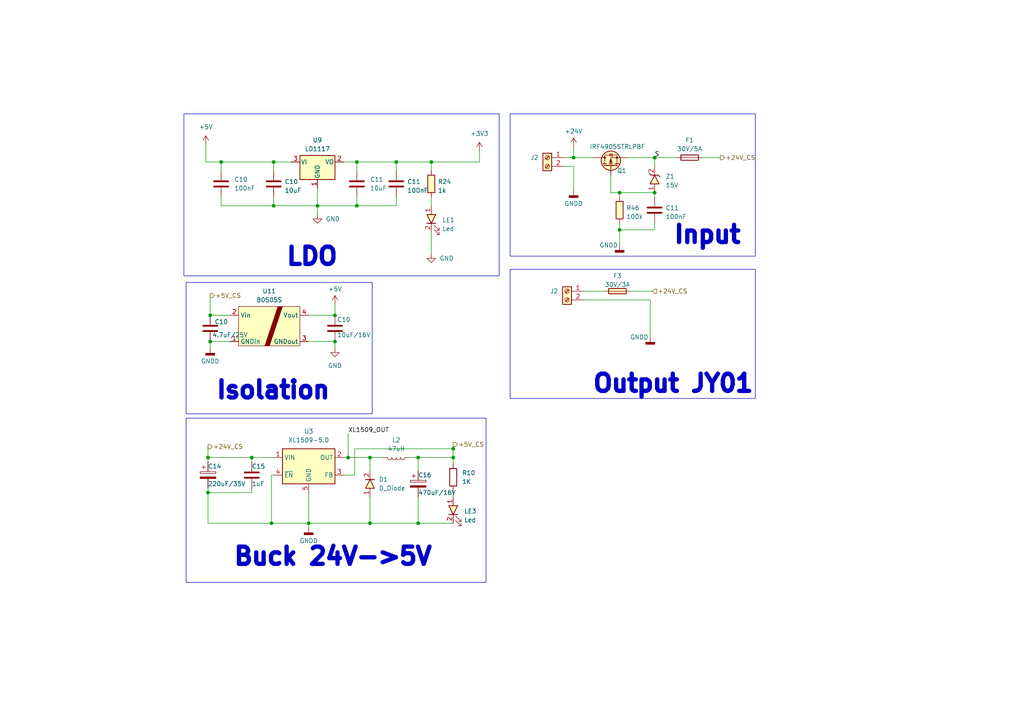
<source format=kicad_sch>
(kicad_sch (version 20230121) (generator eeschema)
  (paper "A4")
  (lib_symbols
    (symbol "Connector:Screw_Terminal_01x02" (pin_names (offset 1.016) hide)
      (property "Reference" "J" (at 0 2.54 0))
      (property "Value" "Screw_Terminal_01x02" (at 0 -5.08 0))
      (symbol "Screw_Terminal_01x02_1_1"
        (rectangle (start -1.27 1.27) (end 1.27 -3.81) (stroke (width 0.254)) (fill (type background)))
        (circle (center 0 -2.54) (radius 0.635) (stroke (width 0.1524)))
        (polyline (pts (xy -0.5334 -2.2098) (xy 0.3302 -3.048)) (stroke (width 0.1524)))
        (polyline (pts (xy -0.5334 0.3302) (xy 0.3302 -0.508)) (stroke (width 0.1524)))
        (polyline (pts (xy -0.3556 -2.032) (xy 0.508 -2.8702)) (stroke (width 0.1524)))
        (polyline (pts (xy -0.3556 0.508) (xy 0.508 -0.3302)) (stroke (width 0.1524)))
        (circle (center 0 0) (radius 0.635) (stroke (width 0.1524)))
        (pin passive line (at -5.08 0 0) (length 3.81) (name "Pin_1") (number "1"))
        (pin passive line (at -5.08 -2.54 0) (length 3.81) (name "Pin_2") (number "2"))
      )
    )
    (symbol "Device:C" (pin_numbers hide) (pin_names (offset 0.254))
      (property "Reference" "C" (at 0.635 2.54 0))
      (property "Value" "C" (at 0.635 -2.54 0))
      (symbol "C_0_1"
        (polyline (pts (xy -2.032 -0.762) (xy 2.032 -0.762)) (stroke (width 0.508)))
        (polyline (pts (xy -2.032 0.762) (xy 2.032 0.762)) (stroke (width 0.508)))
      )
      (symbol "C_1_1"
        (pin passive line (at 0 3.81 270) (length 2.794) (name "~") (number "1"))
        (pin passive line (at 0 -3.81 90) (length 2.794) (name "~") (number "2"))
      )
    )
    (symbol "Device:C_Polarized" (pin_numbers hide) (pin_names (offset 0.254))
      (property "Reference" "C" (at 0.635 2.54 0))
      (property "Value" "C_Polarized" (at 0.635 -2.54 0))
      (symbol "C_Polarized_0_1"
        (rectangle (start -2.286 0.508) (end 2.286 1.016))
        (polyline (pts (xy -1.778 2.286) (xy -0.762 2.286)))
        (polyline (pts (xy -1.27 2.794) (xy -1.27 1.778)))
        (rectangle (start 2.286 -0.508) (end -2.286 -1.016) (fill (type outline)))
      )
      (symbol "C_Polarized_1_1"
        (pin passive line (at 0 3.81 270) (length 2.794) (name "~") (number "1"))
        (pin passive line (at 0 -3.81 90) (length 2.794) (name "~") (number "2"))
      )
    )
    (symbol "Device:Fuse" (pin_numbers hide) (pin_names (offset 0))
      (property "Reference" "F" (at 2.032 0 90))
      (property "Value" "Fuse" (at -1.905 0 90))
      (symbol "Fuse_0_1"
        (rectangle (start -0.762 -2.54) (end 0.762 2.54) (stroke (width 0.254)))
        (polyline (pts (xy 0 2.54) (xy 0 -2.54)))
      )
      (symbol "Fuse_1_1"
        (pin passive line (at 0 3.81 270) (length 1.27) (name "~") (number "1"))
        (pin passive line (at 0 -3.81 90) (length 1.27) (name "~") (number "2"))
      )
    )
    (symbol "Device:L" (pin_numbers hide) (pin_names (offset 1.016) hide)
      (property "Reference" "L" (at -1.27 0 90))
      (property "Value" "L" (at 1.905 0 90))
      (symbol "L_0_1"
        (arc (start 0 -2.54) (mid 0.6323 -1.905) (end 0 -1.27))
        (arc (start 0 -1.27) (mid 0.6323 -0.635) (end 0 0))
        (arc (start 0 0) (mid 0.6323 0.635) (end 0 1.27))
        (arc (start 0 1.27) (mid 0.6323 1.905) (end 0 2.54))
      )
      (symbol "L_1_1"
        (pin passive line (at 0 3.81 270) (length 1.27) (name "1") (number "1"))
        (pin passive line (at 0 -3.81 90) (length 1.27) (name "2") (number "2"))
      )
    )
    (symbol "Device:R" (pin_numbers hide) (pin_names (offset 0))
      (property "Reference" "R" (at 2.032 0 90))
      (property "Value" "R" (at 0 0 90))
      (symbol "R_0_1"
        (rectangle (start -1.016 -2.54) (end 1.016 2.54) (stroke (width 0.254)))
      )
      (symbol "R_1_1"
        (pin passive line (at 0 3.81 270) (length 1.27) (name "~") (number "1"))
        (pin passive line (at 0 -3.81 90) (length 1.27) (name "~") (number "2"))
      )
    )
    (symbol "GND_2" (power) (pin_names (offset 0))
      (property "Value" "GND_2" (at 0 -3.81 0))
      (symbol "GND_2_0_1"
        (polyline (pts (xy 0 0) (xy 0 -1.27) (xy 1.27 -1.27) (xy 0 -2.54) (xy -1.27 -1.27) (xy 0 -1.27)))
      )
      (symbol "GND_2_1_1"
        (pin power_in line (at 0 0 270) (length 0) hide (name "GND") (number "1"))
      )
    )
    (symbol "IVS_SYMBOLS:B0505S"
      (property "Reference" "U" (at -10.16 7.62 0))
      (property "Value" "B0505S" (at 0 -7.62 0))
      (symbol "B0505S_0_1"
        (polyline (pts (xy -10.16 5.08) (xy -10.16 -6.35) (xy -2.54 -6.35) (xy 1.27 5.08) (xy -10.16 5.08)) (fill (type background)))
        (polyline (pts (xy 1.27 5.08) (xy 2.54 5.08) (xy -1.27 -6.35) (xy -2.54 -6.35) (xy 1.27 5.08)) (fill (type outline)))
        (polyline (pts (xy 2.54 5.08) (xy -1.27 -6.35) (xy 7.62 -6.35) (xy 7.62 5.08) (xy 2.54 5.08)) (fill (type background)))
      )
      (symbol "B0505S_1_1"
        (pin power_in line (at -12.7 -5.08 0) (length 2.54) (name "GNDin") (number "1"))
        (pin power_in line (at -12.7 2.54 0) (length 2.54) (name "Vin") (number "2"))
        (pin power_out line (at 10.16 -5.08 180) (length 2.54) (name "GNDout") (number "3"))
        (pin power_out line (at 10.16 2.54 180) (length 2.54) (name "Vout") (number "4"))
      )
    )
    (symbol "IVS_SYMBOLS:C" (pin_numbers hide) (pin_names (offset 0.254))
      (property "Reference" "C" (at 0.635 2.54 0))
      (property "Value" "C" (at 0.635 -2.54 0))
      (symbol "C_0_1"
        (polyline (pts (xy -2.032 -0.762) (xy 2.032 -0.762)) (stroke (width 0.508)))
        (polyline (pts (xy -2.032 0.762) (xy 2.032 0.762)) (stroke (width 0.508)))
      )
      (symbol "C_1_1"
        (pin passive line (at 0 3.81 270) (length 2.794) (name "~") (number "1"))
        (pin passive line (at 0 -3.81 90) (length 2.794) (name "~") (number "2"))
      )
    )
    (symbol "IVS_SYMBOLS:D_Diode"
      (property "Reference" "D" (at 0 2.54 0))
      (property "Value" "D_Diode" (at 0 -2.54 0))
      (symbol "D_Diode_0_1"
        (polyline (pts (xy 0 1.27) (xy 0 -1.27)) (stroke (width 0.254)))
        (polyline (pts (xy 2.54 1.27) (xy 2.54 -1.27) (xy 0 0) (xy 2.54 1.27)) (stroke (width 0.254)) (fill (type background)))
      )
      (symbol "D_Diode_1_1"
        (pin passive line (at 5.08 0 180) (length 2.54) (name "") (number "1"))
        (pin passive line (at -2.54 0 0) (length 2.54) (name "") (number "2"))
      )
    )
    (symbol "IVS_SYMBOLS:D_Zener"
      (property "Reference" "Z" (at 0 3.81 0))
      (property "Value" "D_Zener" (at 0 -3.302 0))
      (symbol "D_Zener_0_1"
        (polyline (pts (xy 0 -1.016) (xy -0.508 -1.524)) (stroke (width 0.254)))
        (polyline (pts (xy 0 1.016) (xy 0 -1.016)) (stroke (width 0.254)))
        (polyline (pts (xy 0 1.016) (xy 0.508 1.524)) (stroke (width 0.254)))
        (polyline (pts (xy 2.54 1.27) (xy 2.54 -1.27) (xy 0 0) (xy 2.54 1.27)) (stroke (width 0.254)) (fill (type background)))
      )
      (symbol "D_Zener_1_1"
        (pin passive line (at 5.08 0 180) (length 2.54) (name "") (number "1"))
        (pin passive line (at -2.54 0 0) (length 2.54) (name "") (number "2"))
      )
    )
    (symbol "IVS_SYMBOLS:Fuse" (pin_numbers hide) (pin_names (offset 0))
      (property "Reference" "F" (at 0 2.032 0))
      (property "Value" "Fuse" (at 0 -1.905 0))
      (symbol "Fuse_0_1"
        (polyline (pts (xy -2.54 0) (xy 2.54 0)))
      )
      (symbol "Fuse_1_1"
        (rectangle (start -2.54 0.762) (end 2.54 -0.762) (stroke (width 0.254)) (fill (type background)))
        (pin passive line (at -3.81 0 0) (length 1.27) (name "~") (number "1"))
        (pin passive line (at 3.81 0 180) (length 1.27) (name "~") (number "2"))
      )
    )
    (symbol "IVS_SYMBOLS:LD1117" (pin_names (offset 0.254))
      (property "Reference" "U" (at -3.81 3.175 0))
      (property "Value" "LD1117" (at 0 3.175 0))
      (symbol "LD1117_0_1"
        (rectangle (start -5.08 -5.08) (end 5.08 1.905) (stroke (width 0.254)) (fill (type background)))
      )
      (symbol "LD1117_1_1"
        (pin power_in line (at 0 -7.62 90) (length 2.54) (name "GND") (number "1"))
        (pin power_out line (at 7.62 0 180) (length 2.54) (name "VO") (number "2"))
        (pin power_in line (at -7.62 0 0) (length 2.54) (name "VI") (number "3"))
      )
    )
    (symbol "IVS_SYMBOLS:Led"
      (property "Reference" "LE1" (at 0.9525 -3.175 90))
      (property "Value" "Led" (at -1.5875 -3.175 90))
      (symbol "Led_0_1"
        (polyline (pts (xy 0 -1.27) (xy 0 1.27)) (stroke (width 0.254)))
        (polyline (pts (xy 2.54 -1.27) (xy 2.54 1.27) (xy 0 0) (xy 2.54 -1.27)) (stroke (width 0.254)) (fill (type background)))
        (polyline (pts (xy -1.778 -0.762) (xy -3.302 -2.286) (xy -2.54 -2.286) (xy -3.302 -2.286) (xy -3.302 -1.524)))
        (polyline (pts (xy -0.508 -0.762) (xy -2.032 -2.286) (xy -1.27 -2.286) (xy -2.032 -2.286) (xy -2.032 -1.524)))
      )
      (symbol "Led_1_1"
        (pin passive line (at 5.08 0 180) (length 2.54) (name "") (number "1"))
        (pin passive line (at -2.54 0 0) (length 2.54) (name "") (number "2"))
      )
    )
    (symbol "IVS_SYMBOLS:P_Mosfet_1G2D3S" (pin_numbers hide) (pin_names hide)
      (property "Reference" "Q" (at 2.794 1.2192 0))
      (symbol "P_Mosfet_1G2D3S_0_1"
        (circle (center -0.889 0) (radius 2.794) (stroke (width 0.254)) (fill (type background)))
        (circle (center 0 -1.778) (radius 0.254) (fill (type outline)))
        (polyline (pts (xy -2.286 0) (xy -5.08 0)))
        (polyline (pts (xy -2.286 1.905) (xy -2.286 -1.905)) (stroke (width 0.254)))
        (polyline (pts (xy -1.778 -1.27) (xy -1.778 -2.286)) (stroke (width 0.254)))
        (polyline (pts (xy -1.778 0.508) (xy -1.778 -0.508)) (stroke (width 0.254)))
        (polyline (pts (xy -1.778 2.286) (xy -1.778 1.27)) (stroke (width 0.254)))
        (polyline (pts (xy 0 2.54) (xy 0 1.778)))
        (polyline (pts (xy 0 -2.54) (xy 0 0) (xy -1.778 0)))
        (polyline (pts (xy -1.778 -1.778) (xy 0.762 -1.778) (xy 0.762 1.778) (xy -1.778 1.778)))
        (polyline (pts (xy -0.3048 0) (xy -1.3208 -0.381) (xy -1.3208 0.381) (xy -0.3048 0)) (fill (type outline)))
        (polyline (pts (xy 0.254 -0.508) (xy 0.381 -0.381) (xy 1.143 -0.381) (xy 1.27 -0.254)))
        (polyline (pts (xy 0.762 -0.381) (xy 0.381 0.254) (xy 1.143 0.254) (xy 0.762 -0.381)))
        (circle (center 0 1.778) (radius 0.254) (fill (type outline)))
      )
      (symbol "P_Mosfet_1G2D3S_1_1"
        (pin input line (at -5.08 0 0) (length 2.54) (name "G") (number "1"))
        (pin passive line (at 0 5.08 270) (length 2.54) (name "D") (number "2"))
        (pin passive line (at 0 -5.08 90) (length 2.54) (name "S") (number "3"))
      )
    )
    (symbol "IVS_SYMBOLS:R" (pin_numbers hide) (pin_names (offset 0))
      (property "Reference" "R" (at 2.032 0 90))
      (property "Value" "R" (at 0 0 90))
      (symbol "R_1_1"
        (rectangle (start -1.016 2.54) (end 1.016 -2.54) (stroke (width 0.254)) (fill (type background)))
        (pin passive line (at 0 3.81 270) (length 1.27) (name "~") (number "1"))
        (pin passive line (at 0 -3.81 90) (length 1.27) (name "~") (number "2"))
      )
    )
    (symbol "Regulator_Switching:XL1509-5.0"
      (property "Reference" "U" (at -7.112 6.096 0))
      (property "Value" "XL1509-5.0" (at 5.842 6.096 0))
      (symbol "XL1509-5.0_0_1"
        (rectangle (start -7.62 5.08) (end 7.62 -5.08) (stroke (width 0.254)) (fill (type background)))
      )
      (symbol "XL1509-5.0_1_1"
        (pin power_in line (at -10.16 2.54 0) (length 2.54) (name "VIN") (number "1"))
        (pin power_out line (at 10.16 2.54 180) (length 2.54) (name "OUT") (number "2"))
        (pin input line (at 10.16 -2.54 180) (length 2.54) (name "FB") (number "3"))
        (pin input line (at -10.16 -2.54 0) (length 2.54) (name "~{EN}") (number "4"))
        (pin power_in line (at 0 -7.62 90) (length 2.54) (name "GND") (number "5"))
        (pin passive line (at 0 -7.62 90) (length 2.54) hide (name "GND") (number "6"))
        (pin passive line (at 0 -7.62 90) (length 2.54) hide (name "GND") (number "7"))
        (pin passive line (at 0 -7.62 90) (length 2.54) hide (name "GND") (number "8"))
      )
    )
    (symbol "power:+24V" (power) (pin_names (offset 0))
      (property "Value" "+24V" (at 0 3.556 0))
      (symbol "+24V_0_1"
        (polyline (pts (xy -0.762 1.27) (xy 0 2.54)))
        (polyline (pts (xy 0 0) (xy 0 2.54)))
        (polyline (pts (xy 0 2.54) (xy 0.762 1.27)))
      )
      (symbol "+24V_1_1"
        (pin power_in line (at 0 0 90) (length 0) hide (name "+24V") (number "1"))
      )
    )
    (symbol "power:+3V3" (power) (pin_names (offset 0))
      (property "Value" "+3V3" (at 0 3.556 0))
      (symbol "+3V3_0_1"
        (polyline (pts (xy -0.762 1.27) (xy 0 2.54)))
        (polyline (pts (xy 0 0) (xy 0 2.54)))
        (polyline (pts (xy 0 2.54) (xy 0.762 1.27)))
      )
      (symbol "+3V3_1_1"
        (pin power_in line (at 0 0 90) (length 0) hide (name "+3V3") (number "1"))
      )
    )
    (symbol "power:+5V" (power) (pin_names (offset 0))
      (property "Value" "+5V" (at 0 3.556 0))
      (symbol "+5V_0_1"
        (polyline (pts (xy -0.762 1.27) (xy 0 2.54)))
        (polyline (pts (xy 0 0) (xy 0 2.54)))
        (polyline (pts (xy 0 2.54) (xy 0.762 1.27)))
      )
      (symbol "+5V_1_1"
        (pin power_in line (at 0 0 90) (length 0) hide (name "+5V") (number "1"))
      )
    )
    (symbol "power:GND" (power) (pin_names (offset 0))
      (property "Value" "GND" (at 0 -3.81 0))
      (symbol "GND_0_1"
        (polyline (pts (xy 0 0) (xy 0 -1.27) (xy 1.27 -1.27) (xy 0 -2.54) (xy -1.27 -1.27) (xy 0 -1.27)))
      )
      (symbol "GND_1_1"
        (pin power_in line (at 0 0 270) (length 0) hide (name "GND") (number "1"))
      )
    )
    (symbol "power:GNDD" (power) (pin_names (offset 0))
      (property "Value" "GNDD" (at 0 -3.175 0))
      (symbol "GNDD_0_1"
        (rectangle (start -1.27 -1.524) (end 1.27 -2.032) (stroke (width 0.254)) (fill (type outline)))
        (polyline (pts (xy 0 0) (xy 0 -1.524)))
      )
      (symbol "GNDD_1_1"
        (pin power_in line (at 0 0 270) (length 0) hide (name "GNDD") (number "1"))
      )
    )
  )
  (junction (at 78.74 151.765))
  (junction (at 79.375 46.99))
  (junction (at 92.075 59.69))
  (junction (at 100.965 132.715))
  (junction (at 60.96 99.06))
  (junction (at 166.37 45.72))
  (junction (at 107.315 151.765))
  (junction (at 189.865 55.88))
  (junction (at 107.315 132.715))
  (junction (at 79.375 59.69))
  (junction (at 103.505 59.69))
  (junction (at 103.505 46.99))
  (junction (at 189.865 45.72))
  (junction (at 131.445 130.175))
  (junction (at 97.155 91.44))
  (junction (at 97.155 99.06))
  (junction (at 121.285 132.715))
  (junction (at 89.535 151.765))
  (junction (at 73.025 132.715))
  (junction (at 179.705 66.675))
  (junction (at 64.135 46.99))
  (junction (at 125.095 46.99))
  (junction (at 121.285 151.765))
  (junction (at 60.96 91.44))
  (junction (at 60.325 142.875))
  (junction (at 179.705 55.88))
  (junction (at 60.325 132.715))
  (junction (at 114.935 46.99))
  (junction (at 131.445 132.715))
  (wire (pts (xy 64.135 59.69) (xy 79.375 59.69)))
  (wire (pts (xy 179.705 66.675) (xy 179.705 71.12)))
  (wire (pts (xy 66.675 91.44) (xy 60.96 91.44)))
  (wire (pts (xy 118.745 132.715) (xy 121.285 132.715)))
  (wire (pts (xy 125.095 46.99) (xy 125.095 49.53)))
  (wire (pts (xy 64.135 57.15) (xy 64.135 59.69)))
  (wire (pts (xy 92.075 59.69) (xy 92.075 54.61)))
  (wire (pts (xy 73.025 132.715) (xy 60.325 132.715)))
  (wire (pts (xy 59.69 41.91) (xy 59.69 46.99)))
  (wire (pts (xy 189.865 66.675) (xy 179.705 66.675)))
  (wire (pts (xy 114.935 46.99) (xy 125.095 46.99)))
  (wire (pts (xy 79.375 137.795) (xy 78.74 137.795)))
  (wire (pts (xy 189.865 45.72) (xy 196.215 45.72)))
  (wire (pts (xy 66.675 99.06) (xy 60.96 99.06)))
  (wire (pts (xy 92.075 59.69) (xy 103.505 59.69)))
  (wire (pts (xy 103.505 57.15) (xy 103.505 59.69)))
  (wire (pts (xy 60.325 132.715) (xy 60.325 133.985)))
  (wire (pts (xy 203.835 45.72) (xy 208.915 45.72)))
  (wire (pts (xy 166.37 42.545) (xy 166.37 45.72)))
  (wire (pts (xy 131.445 142.24) (xy 131.445 144.145)))
  (wire (pts (xy 100.965 125.73) (xy 100.965 132.715)))
  (wire (pts (xy 121.285 151.765) (xy 107.315 151.765)))
  (wire (pts (xy 139.065 43.815) (xy 139.065 46.99)))
  (wire (pts (xy 60.325 142.875) (xy 60.325 141.605)))
  (wire (pts (xy 79.375 57.15) (xy 79.375 59.69)))
  (wire (pts (xy 121.285 151.765) (xy 131.445 151.765)))
  (wire (pts (xy 60.96 91.44) (xy 60.96 85.725)))
  (wire (pts (xy 78.74 137.795) (xy 78.74 151.765)))
  (wire (pts (xy 89.535 151.765) (xy 89.535 153.035)))
  (wire (pts (xy 121.285 132.715) (xy 121.285 136.525)))
  (wire (pts (xy 166.37 45.72) (xy 172.085 45.72)))
  (wire (pts (xy 114.935 59.69) (xy 103.505 59.69)))
  (wire (pts (xy 100.965 132.715) (xy 107.315 132.715)))
  (wire (pts (xy 92.075 59.69) (xy 92.075 62.23)))
  (wire (pts (xy 114.935 46.99) (xy 114.935 49.53)))
  (wire (pts (xy 79.375 59.69) (xy 92.075 59.69)))
  (wire (pts (xy 73.025 141.605) (xy 73.025 142.875)))
  (wire (pts (xy 121.285 132.715) (xy 131.445 132.715)))
  (wire (pts (xy 177.165 55.88) (xy 179.705 55.88)))
  (wire (pts (xy 166.37 48.26) (xy 166.37 55.245)))
  (wire (pts (xy 131.445 128.905) (xy 131.445 130.175)))
  (wire (pts (xy 163.83 45.72) (xy 166.37 45.72)))
  (wire (pts (xy 188.595 97.79) (xy 188.595 86.995)))
  (wire (pts (xy 79.375 46.99) (xy 79.375 49.53)))
  (wire (pts (xy 78.74 151.765) (xy 60.325 151.765)))
  (wire (pts (xy 64.135 46.99) (xy 59.69 46.99)))
  (wire (pts (xy 89.535 142.875) (xy 89.535 151.765)))
  (wire (pts (xy 189.865 55.88) (xy 189.865 57.15)))
  (wire (pts (xy 73.025 132.715) (xy 73.025 133.985)))
  (wire (pts (xy 125.095 73.66) (xy 125.095 67.31)))
  (wire (pts (xy 188.595 86.995) (xy 169.545 86.995)))
  (wire (pts (xy 102.87 130.175) (xy 131.445 130.175)))
  (wire (pts (xy 131.445 134.62) (xy 131.445 132.715)))
  (wire (pts (xy 99.695 137.795) (xy 102.87 137.795)))
  (wire (pts (xy 79.375 132.715) (xy 73.025 132.715)))
  (wire (pts (xy 182.245 45.72) (xy 189.865 45.72)))
  (wire (pts (xy 73.025 142.875) (xy 60.325 142.875)))
  (wire (pts (xy 99.695 46.99) (xy 103.505 46.99)))
  (wire (pts (xy 107.315 151.765) (xy 89.535 151.765)))
  (wire (pts (xy 177.165 50.8) (xy 177.165 55.88)))
  (wire (pts (xy 60.325 151.765) (xy 60.325 142.875)))
  (wire (pts (xy 163.83 48.26) (xy 166.37 48.26)))
  (wire (pts (xy 111.125 132.715) (xy 107.315 132.715)))
  (wire (pts (xy 89.535 91.44) (xy 97.155 91.44)))
  (wire (pts (xy 189.865 45.72) (xy 189.865 48.26)))
  (wire (pts (xy 125.095 57.15) (xy 125.095 59.69)))
  (wire (pts (xy 179.705 64.77) (xy 179.705 66.675)))
  (wire (pts (xy 179.705 55.88) (xy 189.865 55.88)))
  (wire (pts (xy 102.87 137.795) (xy 102.87 130.175)))
  (wire (pts (xy 99.695 132.715) (xy 100.965 132.715)))
  (wire (pts (xy 64.135 46.99) (xy 64.135 49.53)))
  (wire (pts (xy 121.285 144.145) (xy 121.285 151.765)))
  (wire (pts (xy 107.315 132.715) (xy 107.315 136.525)))
  (wire (pts (xy 64.135 46.99) (xy 79.375 46.99)))
  (wire (pts (xy 97.155 91.44) (xy 97.155 88.265)))
  (wire (pts (xy 60.325 129.54) (xy 60.325 132.715)))
  (wire (pts (xy 79.375 46.99) (xy 84.455 46.99)))
  (wire (pts (xy 89.535 99.06) (xy 97.155 99.06)))
  (wire (pts (xy 97.155 99.06) (xy 97.155 100.965)))
  (wire (pts (xy 107.315 144.145) (xy 107.315 151.765)))
  (wire (pts (xy 169.545 84.455) (xy 175.26 84.455)))
  (wire (pts (xy 60.96 99.06) (xy 60.96 100.965)))
  (wire (pts (xy 189.865 64.77) (xy 189.865 66.675)))
  (wire (pts (xy 125.095 46.99) (xy 139.065 46.99)))
  (wire (pts (xy 89.535 151.765) (xy 78.74 151.765)))
  (wire (pts (xy 179.705 55.88) (xy 179.705 57.15)))
  (wire (pts (xy 103.505 49.53) (xy 103.505 46.99)))
  (wire (pts (xy 131.445 130.175) (xy 131.445 132.715)))
  (wire (pts (xy 103.505 46.99) (xy 114.935 46.99)))
  (wire (pts (xy 114.935 57.15) (xy 114.935 59.69)))
  (wire (pts (xy 182.88 84.455) (xy 189.23 84.455)))
  (rectangle (start 53.975 121.285) (end 140.97 168.91))
  (rectangle (start 53.975 81.915) (end 107.95 120.015))
  (rectangle (start 147.955 33.02) (end 219.075 74.295))
  (rectangle (start 147.955 78.105) (end 219.075 115.57))
  (rectangle (start 53.34 33.02) (end 144.78 80.01))
  (text "LDO" (at 82.55 77.47 0) (effects (font (size 5 5) (thickness 2) bold) (justify left bottom)))
  (text "Buck 24V->5V\n" (at 67.31 164.465 0) (effects (font (size 5 5) (thickness 2) bold) (justify left bottom)))
  (text "Isolation" (at 62.23 116.205 0) (effects (font (size 5 5) (thickness 2) bold) (justify left bottom)))
  (text "Input\n" (at 194.945 71.12 0) (effects (font (size 5 5) (thickness 2) bold) (justify left bottom)))
  (text "Output JY01\n" (at 171.45 114.3 0) (effects (font (size 5 5) (thickness 2) bold) (justify left bottom)))
  (label "S" (at 189.865 45.72 0))
  (label "XL1509_OUT" (at 100.965 125.73 0))
  (hierarchical_label "+5V_CS" (shape output) (at 60.96 85.725 0))
  (hierarchical_label "+5V_CS" (shape output) (at 131.445 128.905 0))
  (hierarchical_label "+24V_CS" (shape input) (at 189.23 84.455 0))
  (hierarchical_label "+24V_CS" (shape output) (at 208.915 45.72 0))
  (hierarchical_label "+24V_CS" (shape output) (at 60.325 129.54 0))
  (symbol (lib_id "power:GND") (at 92.075 62.23 0) (unit 1)
    (property "Reference" "#PWR032" (effects hide))
    (property "Value" "GND" (at 96.52 63.5 0))
    (instances (project "dongtam" (path "" (reference "#PWR032") (unit 1))) (project "STM32F103C8T6" (path "" (reference "#PWR032") (unit 1))) (project "DriverMotor" (path "" (reference "#PWR029") (unit 1)) (path "" (reference "#PWR028") (unit 1)) (path "" (reference "#PWR030") (unit 1))))
  )
  (symbol (lib_id "IVS_SYMBOLS:P_Mosfet_1G2D3S") (at 177.165 45.72 90) (unit 1)
    (property "Reference" "Q1" (at 180.34 49.53 90))
    (property "Value" "IRF4905STRLPBF" (at 179.07 42.545 90))
    (property "Footprint" "Package_TO_SOT_SMD:TO-252-2" (effects hide))
    (property "Datasheet" "https://www.onsemi.com/pub/Collateral/BSS138-D.PDF" (effects hide))
  )
  (symbol (lib_id "power:+5V") (at 97.155 88.265 0) (unit 1)
    (property "Reference" "#PWR045" (effects hide))
    (property "Value" "+5V" (at 97.155 83.82 0))
    (instances (project "DriverMotor" (path "" (reference "#PWR045") (unit 1)) (path "" (reference "#PWR028") (unit 1))))
  )
  (symbol (lib_id "IVS_SYMBOLS:Led") (at 131.445 149.225 90) (unit 1)
    (property "Reference" "LE3" (at 134.62 148.2725 90) (effects (justify right)))
    (property "Value" "Led" (at 134.62 150.8125 90) (effects (justify right)))
    (property "Footprint" "IVS_FOOTPRINTS:LED_0603" (effects hide))
  )
  (symbol (lib_id "IVS_SYMBOLS:C") (at 64.135 53.34 0) (unit 1)
    (property "Reference" "C10" (at 67.945 52.07 0) (effects (justify left)))
    (property "Value" "100nF" (at 67.945 54.61 0) (effects (justify left)))
    (property "Footprint" "IVS_FOOTPRINTS:C_0603" (effects hide))
  )
  (symbol (lib_id "IVS_SYMBOLS:C") (at 114.935 53.34 0) (unit 1)
    (property "Reference" "C11" (at 118.11 52.705 0) (effects (justify left)))
    (property "Value" "100nF" (at 118.11 55.245 0) (effects (justify left)))
    (property "Footprint" "IVS_FOOTPRINTS:C_0603" (effects hide))
    (instances (project "DriverMotor" (path "" (reference "C11") (unit 1)) (path "" (reference "C26") (unit 1)) (path "" (reference "C25") (unit 1))))
  )
  (symbol (lib_id "IVS_SYMBOLS:Fuse") (at 179.07 84.455 0) (unit 1)
    (property "Reference" "F3" (at 179.07 80.01 0))
    (property "Value" "30V/3A" (at 179.07 82.55 0))
    (property "Footprint" "Fuse:Fuse_Bourns_MF-RG300" (effects hide))
    (instances (project "DriverMotor" (path "" (reference "F3") (unit 1)) (path "" (reference "F5") (unit 1))))
  )
  (symbol (lib_name "GND_2") (lib_id "power:GND") (at 97.155 100.965 0) (unit 1)
    (property "Reference" "#PWR046" (effects hide))
    (property "Value" "GND" (at 97.155 106.045 0))
    (instances (project "DriverMotor" (path "" (reference "#PWR046") (unit 1)) (path "" (reference "#PWR029") (unit 1))))
  )
  (symbol (lib_id "Device:L") (at 114.935 132.715 270) (unit 1)
    (property "Reference" "L2" (at 114.935 127.635 90))
    (property "Value" "47uH" (at 114.935 130.175 90))
    (property "Footprint" "Inductor_SMD:L_7.3x7.3_H4.5" (effects hide))
  )
  (symbol (lib_id "power:GNDD") (at 179.705 71.12 0) (unit 1)
    (property "Reference" "#PWR047" (effects hide))
    (property "Value" "GNDD" (at 176.53 71.12 0))
    (instances (project "DriverMotor" (path "" (reference "#PWR047") (unit 1)) (path "" (reference "#PWR035") (unit 1))))
  )
  (symbol (lib_id "IVS_SYMBOLS:C") (at 79.375 53.34 0) (unit 1)
    (property "Reference" "C10" (at 82.55 52.705 0) (effects (justify left)))
    (property "Value" "10uF" (at 82.55 55.245 0) (effects (justify left)))
    (property "Footprint" "IVS_FOOTPRINTS:C_0603" (effects hide))
    (instances (project "DriverMotor" (path "" (reference "C10") (unit 1)) (path "" (reference "C25") (unit 1)) (path "" (reference "C17") (unit 1))))
  )
  (symbol (lib_id "power:GNDD") (at 188.595 97.79 0) (unit 1)
    (property "Reference" "#PWR047" (effects hide))
    (property "Value" "GNDD" (at 185.42 97.79 0))
    (instances (project "DriverMotor" (path "" (reference "#PWR047") (unit 1)) (path "" (reference "#PWR061") (unit 1))))
  )
  (symbol (lib_id "IVS_SYMBOLS:R") (at 125.095 53.34 0) (unit 1)
    (property "Reference" "R24" (at 127 52.705 0) (effects (justify left)))
    (property "Value" "1k" (at 127 55.245 0) (effects (justify left)))
    (property "Footprint" "IVS_FOOTPRINTS:R_0603" (effects hide))
    (instances (project "DriverMotor" (path "" (reference "R24") (unit 1)) (path "" (reference "R24") (unit 1)) (path "" (reference "R8") (unit 1))))
  )
  (symbol (lib_id "IVS_SYMBOLS:B0505S") (at 79.375 93.98 0) (unit 1)
    (property "Reference" "U11" (at 78.105 84.455 0))
    (property "Value" "B0505S" (at 78.105 86.995 0))
    (property "Footprint" "IVS_FOOTPRINTS:PowerSupply-DCDC-Isolate-2W-BxxxxS" (effects hide))
    (instances (project "DriverMotor" (path "" (reference "U11") (unit 1)) (path "" (reference "U9") (unit 1))))
  )
  (symbol (lib_id "Device:C_Polarized") (at 60.325 137.795 0) (unit 1)
    (property "Reference" "C14" (at 60.325 135.255 0) (effects (justify left)))
    (property "Value" "220uF/35V" (at 60.325 140.335 0) (effects (justify left)))
    (property "Footprint" "IVS_FOOTPRINTS:CP-Alu-SMD-8x10.5mm" (effects hide))
  )
  (symbol (lib_id "Device:C_Polarized") (at 121.285 140.335 0) (unit 1)
    (property "Reference" "C16" (at 121.285 137.795 0) (effects (justify left)))
    (property "Value" "470uF/16V" (at 121.285 142.875 0) (effects (justify left)))
    (property "Footprint" "IVS_FOOTPRINTS:CP-Alu-SMD-8x10.5mm" (effects hide))
  )
  (symbol (lib_id "IVS_SYMBOLS:Led") (at 125.095 64.77 90) (unit 1)
    (property "Reference" "LE1" (at 128.27 63.8175 90) (effects (justify right)))
    (property "Value" "Led" (at 128.27 66.3575 90) (effects (justify right)))
    (property "Footprint" "IVS_FOOTPRINTS:LED_0603" (effects hide))
  )
  (symbol (lib_id "IVS_SYMBOLS:R") (at 179.705 60.96 0) (unit 1)
    (property "Reference" "R46" (at 181.61 60.325 0) (effects (justify left)))
    (property "Value" "100k" (at 181.61 62.865 0) (effects (justify left)))
    (property "Footprint" "IVS_FOOTPRINTS:R_0603" (effects hide))
  )
  (symbol (lib_id "IVS_SYMBOLS:C") (at 97.155 95.25 0) (unit 1)
    (property "Reference" "C10" (at 97.79 92.71 0) (effects (justify left)))
    (property "Value" "10uF/16V" (at 97.79 97.155 0) (effects (justify left)))
    (property "Footprint" "IVS_FOOTPRINTS:C_0603" (effects hide))
    (instances (project "DriverMotor" (path "" (reference "C10") (unit 1)) (path "" (reference "C25") (unit 1)) (path "" (reference "C11") (unit 1))))
  )
  (symbol (lib_id "IVS_SYMBOLS:C") (at 60.96 95.25 0) (unit 1)
    (property "Reference" "C10" (at 62.23 93.345 0) (effects (justify left)))
    (property "Value" "4.7uF/25V" (at 61.595 97.155 0) (effects (justify left)))
    (property "Footprint" "IVS_FOOTPRINTS:C_0603" (effects hide))
    (instances (project "DriverMotor" (path "" (reference "C10") (unit 1)) (path "" (reference "C25") (unit 1)) (path "" (reference "C31") (unit 1))))
  )
  (symbol (lib_id "power:+5V") (at 59.69 41.91 0) (unit 1)
    (property "Reference" "#PWR028" (effects hide))
    (property "Value" "+5V" (at 59.69 36.83 0))
    (instances (project "DriverMotor" (path "" (reference "#PWR028") (unit 1)) (path "" (reference "#PWR029") (unit 1)) (path "" (reference "#PWR019") (unit 1))))
  )
  (symbol (lib_id "power:GNDD") (at 89.535 153.035 0) (unit 1)
    (property "Reference" "#PWR047" (effects hide))
    (property "Value" "GNDD" (at 89.535 156.845 0))
    (instances (project "DriverMotor" (path "" (reference "#PWR047") (unit 1)) (path "" (reference "#PWR055") (unit 1))))
  )
  (symbol (lib_id "power:+24V") (at 166.37 42.545 0) (unit 1)
    (property "Reference" "#PWR035" (effects hide))
    (property "Value" "+24V" (at 166.37 38.1 0))
    (instances (project "DriverMotor" (path "" (reference "#PWR035") (unit 1)) (path "" (reference "#PWR017") (unit 1))))
  )
  (symbol (lib_id "power:GND") (at 125.095 73.66 0) (unit 1)
    (property "Reference" "#PWR032" (effects hide))
    (property "Value" "GND" (at 129.54 74.93 0))
    (instances (project "dongtam" (path "" (reference "#PWR032") (unit 1))) (project "STM32F103C8T6" (path "" (reference "#PWR032") (unit 1))) (project "DriverMotor" (path "" (reference "#PWR031") (unit 1)) (path "" (reference "#PWR028") (unit 1)) (path "" (reference "#PWR045") (unit 1))))
  )
  (symbol (lib_id "IVS_SYMBOLS:C") (at 103.505 53.34 0) (unit 1)
    (property "Reference" "C11" (at 107.315 52.07 0) (effects (justify left)))
    (property "Value" "10uF" (at 107.315 54.61 0) (effects (justify left)))
    (property "Footprint" "IVS_FOOTPRINTS:C_0603" (effects hide))
    (instances (project "DriverMotor" (path "" (reference "C11") (unit 1)) (path "" (reference "C11") (unit 1)) (path "" (reference "C23") (unit 1))))
  )
  (symbol (lib_id "IVS_SYMBOLS:D_Diode") (at 107.315 139.065 270) (unit 1)
    (property "Reference" "D1" (at 109.855 139.065 90) (effects (justify left)))
    (property "Value" "D_Diode" (at 109.855 141.605 90) (effects (justify left)))
    (property "Footprint" "IVS_FOOTPRINTS:Package-Diode-D_SMA" (effects hide))
  )
  (symbol (lib_id "Connector:Screw_Terminal_01x02") (at 164.465 84.455 0) (mirror y) (unit 1)
    (property "Reference" "J2" (at 161.925 84.455 0) (effects (justify left)))
    (property "Value" "Screw_Terminal_01x02" (effects hide))
    (property "Footprint" "IVS_FOOTPRINTS:Conn-Vert-THT-2P-7.20mm-XT60_F" (effects hide))
    (instances (project "DriverMotor" (path "" (reference "J2") (unit 1)) (path "" (reference "J3") (unit 1))))
  )
  (symbol (lib_id "IVS_SYMBOLS:C") (at 189.865 60.96 0) (unit 1)
    (property "Reference" "C11" (at 193.04 60.325 0) (effects (justify left)))
    (property "Value" "100nF" (at 193.04 62.865 0) (effects (justify left)))
    (property "Footprint" "IVS_FOOTPRINTS:C_0603" (effects hide))
    (instances (project "DriverMotor" (path "" (reference "C11") (unit 1)) (path "" (reference "C26") (unit 1)) (path "" (reference "C30") (unit 1))))
  )
  (symbol (lib_id "power:+3V3") (at 139.065 43.815 0) (unit 1)
    (property "Reference" "#PWR026" (effects hide))
    (property "Value" "+3V3" (at 139.065 38.735 0))
    (instances (project "dongtam" (path "" (reference "#PWR026") (unit 1))) (project "STM32F103C8T6" (path "" (reference "#PWR026") (unit 1))) (project "DriverMotor" (path "" (reference "#PWR030") (unit 1)) (path "" (reference "#PWR030") (unit 1)) (path "" (reference "#PWR046") (unit 1))))
  )
  (symbol (lib_id "power:GNDD") (at 60.96 100.965 0) (unit 1)
    (property "Reference" "#PWR047" (effects hide))
    (property "Value" "GNDD" (at 60.96 104.775 0))
    (instances (project "DriverMotor" (path "" (reference "#PWR047") (unit 1)) (path "" (reference "#PWR031") (unit 1))))
  )
  (symbol (lib_id "IVS_SYMBOLS:D_Zener") (at 189.865 50.8 270) (unit 1)
    (property "Reference" "Z1" (at 193.04 51.181 90) (effects (justify left)))
    (property "Value" "15V" (at 193.04 53.721 90) (effects (justify left)))
    (property "Footprint" "IVS_FOOTPRINTS:Package-Diode-D_MiniMELF" (effects hide))
  )
  (symbol (lib_id "Device:Fuse") (at 200.025 45.72 90) (unit 1)
    (property "Reference" "F1" (at 200.025 40.64 90))
    (property "Value" "30V/5A" (at 200.025 43.18 90))
    (property "Footprint" "Fuse:Fuse_Bourns_MF-RHT1000" (effects hide))
  )
  (symbol (lib_id "IVS_SYMBOLS:LD1117") (at 92.075 46.99 0) (unit 1)
    (property "Reference" "U9" (at 92.075 40.64 0))
    (property "Value" "LD1117" (at 92.075 43.18 0))
    (property "Footprint" "IVS_FOOTPRINTS:SOT233" (effects hide))
    (property "Datasheet" "https://www.rhydolabz.com/documents/LD1117.pdf" (effects hide))
    (instances (project "DriverMotor" (path "" (reference "U9") (unit 1)) (path "" (reference "U9") (unit 1)) (path "" (reference "U11") (unit 1))))
  )
  (symbol (lib_id "Regulator_Switching:XL1509-5.0") (at 89.535 135.255 0) (unit 1)
    (property "Reference" "U3" (at 89.535 125.095 0))
    (property "Value" "XL1509-5.0" (at 89.535 127.635 0))
    (property "Footprint" "Package_SO:SOIC-8_3.9x4.9mm_P1.27mm" (effects hide))
    (property "Datasheet" "https://datasheet.lcsc.com/lcsc/1809050422_XLSEMI-XL1509-5-0E1_C61063.pdf" (effects hide))
  )
  (symbol (lib_id "Device:C") (at 73.025 137.795 0) (unit 1)
    (property "Reference" "C15" (at 73.025 135.255 0) (effects (justify left)))
    (property "Value" "1uF" (at 73.025 140.335 0) (effects (justify left)))
    (property "Footprint" "IVS_FOOTPRINTS:C_1206" (effects hide))
  )
  (symbol (lib_id "power:GNDD") (at 166.37 55.245 0) (unit 1)
    (property "Reference" "#PWR047" (effects hide))
    (property "Value" "GNDD" (at 166.37 59.055 0))
    (instances (project "DriverMotor" (path "" (reference "#PWR047") (unit 1)) (path "" (reference "#PWR063") (unit 1))))
  )
  (symbol (lib_id "Device:R") (at 131.445 138.43 0) (unit 1)
    (property "Reference" "R10" (at 133.985 137.16 0) (effects (justify left)))
    (property "Value" "1K" (at 133.985 139.7 0) (effects (justify left)))
    (property "Footprint" "IVS_FOOTPRINTS:R_0603" (effects hide))
    (instances (project "DriverMotor" (path "" (reference "R10") (unit 1)) (path "" (reference "R9") (unit 1))))
  )
  (symbol (lib_id "Connector:Screw_Terminal_01x02") (at 158.75 45.72 0) (mirror y) (unit 1)
    (property "Reference" "J2" (at 156.21 45.72 0) (effects (justify left)))
    (property "Value" "Screw_Terminal_01x02" (effects hide))
    (property "Footprint" "IVS_FOOTPRINTS:Conn-Vert-THT-2P-7.20mm-XT60_F" (effects hide))
  )
)
</source>
